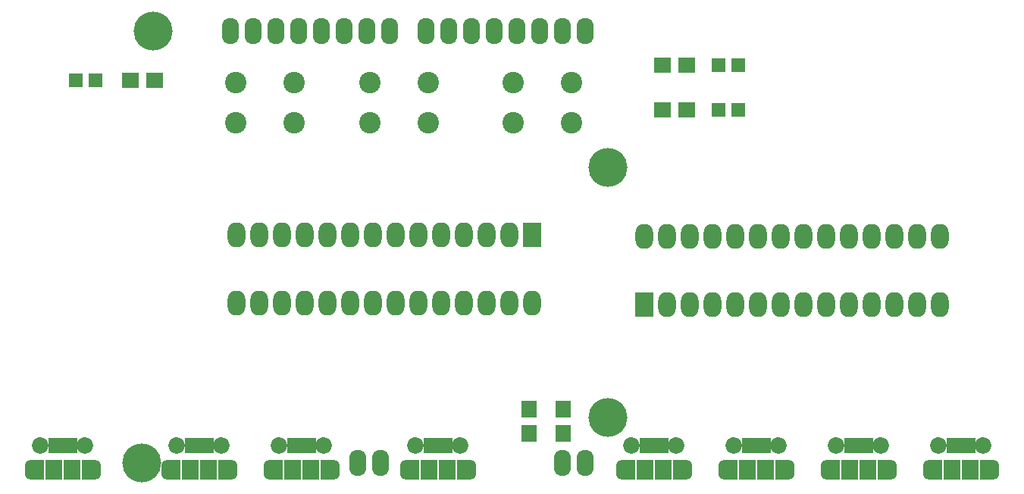
<source format=gbr>
G04 #@! TF.FileFunction,Soldermask,Top*
%FSLAX46Y46*%
G04 Gerber Fmt 4.6, Leading zero omitted, Abs format (unit mm)*
G04 Created by KiCad (PCBNEW 4.0.7) date 09/05/17 21:12:23*
%MOMM*%
%LPD*%
G01*
G04 APERTURE LIST*
%ADD10C,0.100000*%
%ADD11O,1.924000X2.940000*%
%ADD12C,4.337000*%
%ADD13R,1.600000X1.600000*%
%ADD14R,1.900000X2.300000*%
%ADD15C,1.850000*%
%ADD16R,0.800000X1.750000*%
%ADD17O,1.600000X2.300000*%
%ADD18R,1.600000X2.300000*%
%ADD19R,1.700000X1.900000*%
%ADD20R,1.900000X1.700000*%
%ADD21C,2.400000*%
%ADD22R,2.000000X2.800000*%
%ADD23O,2.000000X2.800000*%
G04 APERTURE END LIST*
D10*
D11*
X212001100Y-102463600D03*
X209461100Y-102463600D03*
X189141100Y-102463600D03*
X212001100Y-54203600D03*
X209461100Y-54203600D03*
X206921100Y-54203600D03*
X204381100Y-54203600D03*
X201841100Y-54203600D03*
X199301100Y-54203600D03*
X196761100Y-54203600D03*
X194221100Y-54203600D03*
X190157100Y-54203600D03*
X187617100Y-54203600D03*
X185077100Y-54203600D03*
X182537100Y-54203600D03*
X179997100Y-54203600D03*
X177457100Y-54203600D03*
X174917100Y-54203600D03*
X172377100Y-54203600D03*
X186601100Y-102463600D03*
D12*
X214541100Y-97383600D03*
X214541100Y-69443600D03*
X163741100Y-54203600D03*
X162471100Y-102463600D03*
D13*
X226900000Y-63000000D03*
X229100000Y-63000000D03*
X157310000Y-59690000D03*
X155110000Y-59690000D03*
X226900000Y-58000000D03*
X229100000Y-58000000D03*
D14*
X154670000Y-103220000D03*
D15*
X151170000Y-100520000D03*
D16*
X153020000Y-100520000D03*
X152370000Y-100520000D03*
X154970000Y-100520000D03*
X154320000Y-100520000D03*
X153670000Y-100520000D03*
D15*
X156170000Y-100520000D03*
D14*
X152670000Y-103220000D03*
D17*
X150170000Y-103220000D03*
X157170000Y-103220000D03*
D18*
X156570000Y-103220000D03*
X150770000Y-103220000D03*
D14*
X169910000Y-103220000D03*
D15*
X166410000Y-100520000D03*
D16*
X168260000Y-100520000D03*
X167610000Y-100520000D03*
X170210000Y-100520000D03*
X169560000Y-100520000D03*
X168910000Y-100520000D03*
D15*
X171410000Y-100520000D03*
D14*
X167910000Y-103220000D03*
D17*
X165410000Y-103220000D03*
X172410000Y-103220000D03*
D18*
X171810000Y-103220000D03*
X166010000Y-103220000D03*
D14*
X181340000Y-103220000D03*
D15*
X177840000Y-100520000D03*
D16*
X179690000Y-100520000D03*
X179040000Y-100520000D03*
X181640000Y-100520000D03*
X180990000Y-100520000D03*
X180340000Y-100520000D03*
D15*
X182840000Y-100520000D03*
D14*
X179340000Y-103220000D03*
D17*
X176840000Y-103220000D03*
X183840000Y-103220000D03*
D18*
X183240000Y-103220000D03*
X177440000Y-103220000D03*
D14*
X196580000Y-103220000D03*
D15*
X193080000Y-100520000D03*
D16*
X194930000Y-100520000D03*
X194280000Y-100520000D03*
X196880000Y-100520000D03*
X196230000Y-100520000D03*
X195580000Y-100520000D03*
D15*
X198080000Y-100520000D03*
D14*
X194580000Y-103220000D03*
D17*
X192080000Y-103220000D03*
X199080000Y-103220000D03*
D18*
X198480000Y-103220000D03*
X192680000Y-103220000D03*
D14*
X220710000Y-103220000D03*
D15*
X217210000Y-100520000D03*
D16*
X219060000Y-100520000D03*
X218410000Y-100520000D03*
X221010000Y-100520000D03*
X220360000Y-100520000D03*
X219710000Y-100520000D03*
D15*
X222210000Y-100520000D03*
D14*
X218710000Y-103220000D03*
D17*
X216210000Y-103220000D03*
X223210000Y-103220000D03*
D18*
X222610000Y-103220000D03*
X216810000Y-103220000D03*
D14*
X232140000Y-103220000D03*
D15*
X228640000Y-100520000D03*
D16*
X230490000Y-100520000D03*
X229840000Y-100520000D03*
X232440000Y-100520000D03*
X231790000Y-100520000D03*
X231140000Y-100520000D03*
D15*
X233640000Y-100520000D03*
D14*
X230140000Y-103220000D03*
D17*
X227640000Y-103220000D03*
X234640000Y-103220000D03*
D18*
X234040000Y-103220000D03*
X228240000Y-103220000D03*
D14*
X243570000Y-103220000D03*
D15*
X240070000Y-100520000D03*
D16*
X241920000Y-100520000D03*
X241270000Y-100520000D03*
X243870000Y-100520000D03*
X243220000Y-100520000D03*
X242570000Y-100520000D03*
D15*
X245070000Y-100520000D03*
D14*
X241570000Y-103220000D03*
D17*
X239070000Y-103220000D03*
X246070000Y-103220000D03*
D18*
X245470000Y-103220000D03*
X239670000Y-103220000D03*
D14*
X255000000Y-103220000D03*
D15*
X251500000Y-100520000D03*
D16*
X253350000Y-100520000D03*
X252700000Y-100520000D03*
X255300000Y-100520000D03*
X254650000Y-100520000D03*
X254000000Y-100520000D03*
D15*
X256500000Y-100520000D03*
D14*
X253000000Y-103220000D03*
D17*
X250500000Y-103220000D03*
X257500000Y-103220000D03*
D18*
X256900000Y-103220000D03*
X251100000Y-103220000D03*
D19*
X209550000Y-99140000D03*
X209550000Y-96440000D03*
X205740000Y-99140000D03*
X205740000Y-96440000D03*
D20*
X220650000Y-58000000D03*
X223350000Y-58000000D03*
X220650000Y-63000000D03*
X223350000Y-63000000D03*
X161210000Y-59690000D03*
X163910000Y-59690000D03*
D21*
X204000000Y-64500000D03*
X204000000Y-60000000D03*
X210500000Y-64500000D03*
X210500000Y-60000000D03*
X188000000Y-64500000D03*
X188000000Y-60000000D03*
X194500000Y-64500000D03*
X194500000Y-60000000D03*
X173000000Y-64500000D03*
X173000000Y-60000000D03*
X179500000Y-64500000D03*
X179500000Y-60000000D03*
D22*
X218600000Y-84800000D03*
D23*
X251620000Y-77180000D03*
X221140000Y-84800000D03*
X249080000Y-77180000D03*
X223680000Y-84800000D03*
X246540000Y-77180000D03*
X226220000Y-84800000D03*
X244000000Y-77180000D03*
X228760000Y-84800000D03*
X241460000Y-77180000D03*
X231300000Y-84800000D03*
X238920000Y-77180000D03*
X233840000Y-84800000D03*
X236380000Y-77180000D03*
X236380000Y-84800000D03*
X233840000Y-77180000D03*
X238920000Y-84800000D03*
X231300000Y-77180000D03*
X241460000Y-84800000D03*
X228760000Y-77180000D03*
X244000000Y-84800000D03*
X226220000Y-77180000D03*
X246540000Y-84800000D03*
X223680000Y-77180000D03*
X249080000Y-84800000D03*
X221140000Y-77180000D03*
X251620000Y-84800000D03*
X218600000Y-77180000D03*
D22*
X206100000Y-77000000D03*
D23*
X173080000Y-84620000D03*
X203560000Y-77000000D03*
X175620000Y-84620000D03*
X201020000Y-77000000D03*
X178160000Y-84620000D03*
X198480000Y-77000000D03*
X180700000Y-84620000D03*
X195940000Y-77000000D03*
X183240000Y-84620000D03*
X193400000Y-77000000D03*
X185780000Y-84620000D03*
X190860000Y-77000000D03*
X188320000Y-84620000D03*
X188320000Y-77000000D03*
X190860000Y-84620000D03*
X185780000Y-77000000D03*
X193400000Y-84620000D03*
X183240000Y-77000000D03*
X195940000Y-84620000D03*
X180700000Y-77000000D03*
X198480000Y-84620000D03*
X178160000Y-77000000D03*
X201020000Y-84620000D03*
X175620000Y-77000000D03*
X203560000Y-84620000D03*
X173080000Y-77000000D03*
X206100000Y-84620000D03*
M02*

</source>
